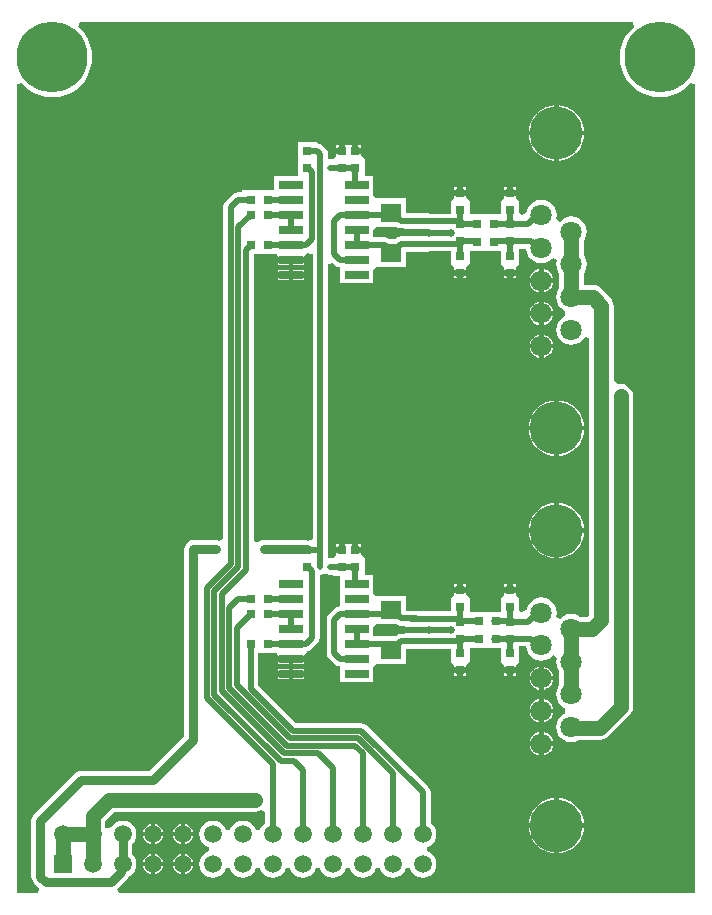
<source format=gtl>
G04*
G04 #@! TF.GenerationSoftware,Altium Limited,Altium Designer,21.0.8 (223)*
G04*
G04 Layer_Physical_Order=1*
G04 Layer_Color=255*
%FSLAX25Y25*%
%MOIN*%
G70*
G04*
G04 #@! TF.SameCoordinates,8FE4C6D1-BE16-481A-9B8C-92EB46E9F254*
G04*
G04*
G04 #@! TF.FilePolarity,Positive*
G04*
G01*
G75*
%ADD11C,0.02000*%
%ADD18R,0.03150X0.02953*%
%ADD19R,0.01772X0.01772*%
%ADD20R,0.02953X0.03150*%
%ADD21R,0.05118X0.02362*%
%ADD22R,0.08000X0.02600*%
%ADD23R,0.07000X0.06400*%
%ADD34C,0.23622*%
%ADD35C,0.03000*%
%ADD36C,0.05000*%
%ADD37C,0.05906*%
%ADD38R,0.05906X0.05906*%
%ADD39C,0.07087*%
%ADD40C,0.17717*%
%ADD41C,0.02559*%
G36*
X206444Y289697D02*
X205559Y288941D01*
X204198Y287348D01*
X203103Y285562D01*
X202301Y283626D01*
X201812Y281589D01*
X201648Y279500D01*
X201812Y277411D01*
X202301Y275374D01*
X203103Y273438D01*
X204198Y271652D01*
X205559Y270059D01*
X207152Y268698D01*
X208938Y267603D01*
X210874Y266801D01*
X212911Y266312D01*
X215000Y266148D01*
X217089Y266312D01*
X219126Y266801D01*
X221062Y267603D01*
X222848Y268698D01*
X224441Y270059D01*
X225197Y270943D01*
X226697Y270390D01*
Y803D01*
X34574D01*
X34065Y2303D01*
X34140Y2360D01*
X37584Y5804D01*
X37584Y5804D01*
X38065Y6431D01*
X38117Y6557D01*
X38246Y6611D01*
X39176Y7324D01*
X39889Y8254D01*
X40338Y9338D01*
X40491Y10500D01*
X40338Y11662D01*
X39889Y12746D01*
X39176Y13676D01*
X39026Y13791D01*
Y17209D01*
X39176Y17324D01*
X39889Y18254D01*
X40338Y19338D01*
X40491Y20500D01*
X40338Y21662D01*
X39889Y22746D01*
X39176Y23676D01*
X38246Y24389D01*
X37162Y24838D01*
X36000Y24991D01*
X34838Y24838D01*
X33754Y24389D01*
X32824Y23676D01*
X32111Y22746D01*
X31308Y22539D01*
X30410Y22559D01*
X30035Y22959D01*
Y24829D01*
X33171Y27966D01*
X80000D01*
X81044Y28103D01*
X82017Y28506D01*
X83451Y27715D01*
Y24157D01*
X82824Y23676D01*
X82111Y22746D01*
X81777Y21941D01*
X81112Y21812D01*
X80888D01*
X80223Y21941D01*
X79890Y22746D01*
X79176Y23676D01*
X78246Y24389D01*
X77162Y24838D01*
X76000Y24991D01*
X74838Y24838D01*
X73754Y24389D01*
X72824Y23676D01*
X72110Y22746D01*
X71777Y21941D01*
X71112Y21812D01*
X70888D01*
X70223Y21941D01*
X69889Y22746D01*
X69176Y23676D01*
X68246Y24389D01*
X67162Y24838D01*
X66000Y24991D01*
X64838Y24838D01*
X63754Y24389D01*
X62824Y23676D01*
X62111Y22746D01*
X61662Y21662D01*
X61509Y20500D01*
X61662Y19338D01*
X62111Y18254D01*
X62824Y17324D01*
X63754Y16611D01*
X64559Y16277D01*
X64688Y15612D01*
Y15388D01*
X64559Y14723D01*
X63754Y14390D01*
X62824Y13676D01*
X62111Y12746D01*
X61662Y11662D01*
X61509Y10500D01*
X61662Y9338D01*
X62111Y8254D01*
X62824Y7324D01*
X63754Y6611D01*
X64838Y6162D01*
X66000Y6009D01*
X67162Y6162D01*
X68246Y6611D01*
X69176Y7324D01*
X69889Y8254D01*
X70223Y9059D01*
X70888Y9188D01*
X71112D01*
X71777Y9059D01*
X72110Y8254D01*
X72824Y7324D01*
X73754Y6611D01*
X74838Y6162D01*
X76000Y6009D01*
X77162Y6162D01*
X78246Y6611D01*
X79176Y7324D01*
X79890Y8254D01*
X80223Y9059D01*
X80888Y9188D01*
X81112D01*
X81777Y9059D01*
X82111Y8254D01*
X82824Y7324D01*
X83754Y6611D01*
X84838Y6162D01*
X86000Y6009D01*
X87162Y6162D01*
X88246Y6611D01*
X89176Y7324D01*
X89890Y8254D01*
X90223Y9059D01*
X90888Y9188D01*
X91112D01*
X91777Y9059D01*
X92111Y8254D01*
X92824Y7324D01*
X93754Y6611D01*
X94838Y6162D01*
X96000Y6009D01*
X97162Y6162D01*
X98246Y6611D01*
X99176Y7324D01*
X99889Y8254D01*
X100223Y9059D01*
X100888Y9188D01*
X101112D01*
X101777Y9059D01*
X102111Y8254D01*
X102824Y7324D01*
X103754Y6611D01*
X104838Y6162D01*
X106000Y6009D01*
X107162Y6162D01*
X108246Y6611D01*
X109176Y7324D01*
X109889Y8254D01*
X110223Y9059D01*
X110888Y9188D01*
X111112D01*
X111777Y9059D01*
X112110Y8254D01*
X112824Y7324D01*
X113754Y6611D01*
X114838Y6162D01*
X116000Y6009D01*
X117162Y6162D01*
X118246Y6611D01*
X119176Y7324D01*
X119889Y8254D01*
X120223Y9059D01*
X120888Y9188D01*
X121112D01*
X121777Y9059D01*
X122110Y8254D01*
X122824Y7324D01*
X123754Y6611D01*
X124838Y6162D01*
X126000Y6009D01*
X127162Y6162D01*
X128246Y6611D01*
X129176Y7324D01*
X129890Y8254D01*
X130223Y9059D01*
X130888Y9188D01*
X131112D01*
X131777Y9059D01*
X132111Y8254D01*
X132824Y7324D01*
X133754Y6611D01*
X134838Y6162D01*
X136000Y6009D01*
X137162Y6162D01*
X138246Y6611D01*
X139176Y7324D01*
X139890Y8254D01*
X140338Y9338D01*
X140491Y10500D01*
X140338Y11662D01*
X139890Y12746D01*
X139176Y13676D01*
X138246Y14390D01*
X137441Y14723D01*
X137312Y15388D01*
Y15612D01*
X137441Y16277D01*
X138246Y16611D01*
X139176Y17324D01*
X139890Y18254D01*
X140338Y19338D01*
X140491Y20500D01*
X140338Y21662D01*
X139890Y22746D01*
X139176Y23676D01*
X138549Y24157D01*
Y34500D01*
X138355Y35476D01*
X137802Y36302D01*
X117302Y56802D01*
X116475Y57355D01*
X115500Y57549D01*
X93734D01*
X81195Y70088D01*
Y80925D01*
X86193D01*
X87367Y80737D01*
X87559Y79750D01*
X92000D01*
X96400D01*
Y80234D01*
X97500Y81200D01*
X97500Y81551D01*
X97975Y81645D01*
X98802Y82198D01*
X100802Y84198D01*
X101355Y85024D01*
X101549Y86000D01*
Y106704D01*
X101850Y106951D01*
X102671Y107114D01*
X104180D01*
X105000Y106951D01*
X105925D01*
Y106524D01*
X108500D01*
Y101200D01*
Y96549D01*
X107525Y96355D01*
X106698Y95802D01*
X104698Y93802D01*
X104145Y92975D01*
X103951Y92000D01*
Y81000D01*
X104145Y80024D01*
X104698Y79198D01*
X106698Y77198D01*
X107525Y76645D01*
X108500Y76451D01*
Y71200D01*
X119500D01*
Y76014D01*
X120500Y77100D01*
X130500D01*
Y82079D01*
X138030D01*
Y82211D01*
X145425D01*
X145425Y77878D01*
X146525Y76912D01*
X146525Y76378D01*
Y75896D01*
X150475D01*
Y76912D01*
X151575Y77878D01*
X151575Y77988D01*
Y80964D01*
X151669Y82425D01*
X161925D01*
X161925Y77878D01*
X163025Y76912D01*
X163025Y76378D01*
Y75896D01*
X166975D01*
Y76912D01*
X168075Y77878D01*
X168075Y77988D01*
Y83097D01*
X170454D01*
X170587Y82089D01*
X171095Y80862D01*
X171903Y79809D01*
X172957Y79000D01*
X174183Y78492D01*
X175500Y78319D01*
X176817Y78492D01*
X178043Y79000D01*
X179097Y79809D01*
X179291Y80062D01*
X180601Y79305D01*
X180587Y79269D01*
X180413Y77953D01*
X180587Y76636D01*
X181095Y75409D01*
X181465Y74926D01*
Y70074D01*
X181095Y69591D01*
X180587Y68364D01*
X180413Y67047D01*
X180587Y65731D01*
X181095Y64504D01*
X181903Y63450D01*
X182957Y62642D01*
X183526Y62406D01*
Y60783D01*
X182957Y60547D01*
X181903Y59739D01*
X181095Y58685D01*
X180587Y57458D01*
X180413Y56142D01*
X180587Y54825D01*
X181095Y53598D01*
X181903Y52545D01*
X182957Y51736D01*
X184183Y51228D01*
X185500Y51055D01*
X186817Y51228D01*
X188043Y51736D01*
X188342Y51965D01*
X195000D01*
X195000Y51965D01*
X196044Y52103D01*
X197017Y52506D01*
X197853Y53147D01*
X204853Y60147D01*
X204853Y60147D01*
X205494Y60983D01*
X205897Y61956D01*
X206034Y63000D01*
Y159500D01*
Y163000D01*
Y166500D01*
X205897Y167544D01*
X205494Y168517D01*
X204853Y169353D01*
X204017Y169994D01*
X203044Y170397D01*
X202000Y170535D01*
X201034Y170407D01*
X200938Y170410D01*
X199534Y171432D01*
Y196618D01*
X199534Y196618D01*
X199397Y197662D01*
X198994Y198636D01*
X198353Y199471D01*
X198353Y199471D01*
X195424Y202400D01*
X194588Y203041D01*
X193615Y203444D01*
X192571Y203582D01*
X192571Y203582D01*
X189534D01*
Y207426D01*
X189905Y207909D01*
X190413Y209136D01*
X190587Y210453D01*
X190413Y211769D01*
X189905Y212996D01*
X189534Y213479D01*
Y218332D01*
X189905Y218815D01*
X190413Y220042D01*
X190587Y221358D01*
X190413Y222675D01*
X189905Y223902D01*
X189097Y224955D01*
X188043Y225764D01*
X186817Y226272D01*
X185500Y226445D01*
X184183Y226272D01*
X182957Y225764D01*
X181903Y224955D01*
X181709Y224702D01*
X180399Y225459D01*
X180413Y225495D01*
X180587Y226811D01*
X180413Y228128D01*
X179905Y229354D01*
X179097Y230408D01*
X178043Y231216D01*
X176817Y231725D01*
X175500Y231898D01*
X174183Y231725D01*
X172957Y231216D01*
X171903Y230408D01*
X171095Y229354D01*
X170587Y228128D01*
X170519Y227614D01*
X168947Y226930D01*
X168075Y227432D01*
X168075Y231622D01*
X166975Y232588D01*
X166975Y233122D01*
Y233604D01*
X165000D01*
Y234354D01*
D01*
Y233604D01*
X163025D01*
Y232588D01*
X161925Y231622D01*
X161925Y231512D01*
Y227075D01*
X151575D01*
X151575Y231476D01*
X150475Y232442D01*
X150475Y232976D01*
Y233459D01*
X148500D01*
X146525D01*
Y232442D01*
X145425Y231476D01*
X145425Y231367D01*
Y227289D01*
X137925D01*
Y227421D01*
X133931D01*
X133685Y227470D01*
X130500D01*
Y232400D01*
X120500D01*
X119500Y233486D01*
Y239800D01*
X116575D01*
X116575Y245476D01*
X115475Y246442D01*
X115475Y246976D01*
Y247459D01*
X113500D01*
Y248209D01*
X112750D01*
Y250085D01*
X112475D01*
X111525Y250085D01*
X110025Y250085D01*
X109750D01*
Y248209D01*
X109000D01*
Y247459D01*
X107025D01*
Y246472D01*
X105925Y245476D01*
X104439Y245509D01*
X104399Y245542D01*
Y247068D01*
X104205Y248043D01*
X103653Y248870D01*
X102481Y250042D01*
X101654Y250594D01*
X100679Y250788D01*
X100575D01*
Y251331D01*
X94425D01*
Y245378D01*
Y239800D01*
X86500D01*
Y235075D01*
X75669D01*
Y234549D01*
X74500D01*
X73524Y234355D01*
X72698Y233802D01*
X70198Y231302D01*
X69645Y230475D01*
X69451Y229500D01*
Y119291D01*
X69244Y119034D01*
X67951Y118353D01*
X67783Y118423D01*
X67000Y118526D01*
X59500D01*
X58717Y118423D01*
X57987Y118121D01*
X57360Y117640D01*
X56880Y117013D01*
X56577Y116283D01*
X56474Y115500D01*
Y53253D01*
X44747Y41526D01*
X22000D01*
X21217Y41423D01*
X20487Y41120D01*
X19860Y40640D01*
X6360Y27140D01*
X5880Y26513D01*
X5577Y25783D01*
X5474Y25000D01*
Y6257D01*
X5577Y5474D01*
X5880Y4744D01*
X6360Y4118D01*
X8118Y2360D01*
X8193Y2303D01*
X7684Y803D01*
X803D01*
Y270390D01*
X2303Y270943D01*
X3059Y270059D01*
X4652Y268698D01*
X6438Y267603D01*
X8374Y266801D01*
X10411Y266312D01*
X12500Y266148D01*
X14589Y266312D01*
X16626Y266801D01*
X18562Y267603D01*
X20348Y268698D01*
X21941Y270059D01*
X23302Y271652D01*
X24397Y273438D01*
X25199Y275374D01*
X25688Y277411D01*
X25852Y279500D01*
X25688Y281589D01*
X25199Y283626D01*
X24397Y285562D01*
X23302Y287348D01*
X21941Y288941D01*
X21057Y289697D01*
X21610Y291197D01*
X205890D01*
X206444Y289697D01*
D02*
G37*
G36*
X127603Y222566D02*
X128579Y222372D01*
X129807D01*
Y222059D01*
X137925D01*
X138392Y221833D01*
Y221248D01*
X136986Y219941D01*
X129807D01*
Y219809D01*
X128760D01*
X127784Y219615D01*
X126957Y219062D01*
X126895Y219000D01*
X124807D01*
X124276Y219355D01*
X123300Y219549D01*
X119500D01*
Y221914D01*
X120500Y223000D01*
X126954D01*
X127603Y222566D01*
D02*
G37*
G36*
X98915Y213995D02*
X99301Y213727D01*
Y118756D01*
X97801Y118354D01*
X97425Y118404D01*
X97220D01*
X97174Y118423D01*
X96391Y118526D01*
X83000D01*
X82217Y118423D01*
X81487Y118121D01*
X81049Y117784D01*
X80301Y117962D01*
X79549Y118395D01*
Y213925D01*
X86193D01*
X87367Y213737D01*
X87559Y212750D01*
X92000D01*
X96400D01*
Y213234D01*
X97500Y214200D01*
X98915Y213995D01*
D02*
G37*
G36*
X170587Y214589D02*
X171095Y213362D01*
X171903Y212309D01*
X172957Y211500D01*
X174183Y210992D01*
X175500Y210819D01*
X176817Y210992D01*
X178043Y211500D01*
X179097Y212309D01*
X179291Y212562D01*
X180601Y211805D01*
X180587Y211769D01*
X180413Y210453D01*
X180587Y209136D01*
X181095Y207909D01*
X181465Y207426D01*
Y202574D01*
X181095Y202091D01*
X180587Y200864D01*
X180413Y199547D01*
X180587Y198231D01*
X181095Y197004D01*
X181903Y195950D01*
X182957Y195142D01*
X183526Y194906D01*
Y193283D01*
X182957Y193047D01*
X181903Y192239D01*
X181095Y191185D01*
X180587Y189958D01*
X180413Y188642D01*
X180587Y187325D01*
X181095Y186098D01*
X181903Y185045D01*
X182957Y184236D01*
X184183Y183728D01*
X185500Y183555D01*
X186817Y183728D01*
X188043Y184236D01*
X189097Y185045D01*
X189905Y186098D01*
X189965Y186244D01*
X191465Y185945D01*
Y93671D01*
X190687Y92893D01*
X188527D01*
X188043Y93264D01*
X186817Y93772D01*
X185500Y93945D01*
X184183Y93772D01*
X182957Y93264D01*
X181903Y92455D01*
X181709Y92202D01*
X180399Y92959D01*
X180413Y92994D01*
X180587Y94311D01*
X180413Y95628D01*
X179905Y96854D01*
X179097Y97908D01*
X178043Y98716D01*
X176817Y99225D01*
X175500Y99398D01*
X174183Y99225D01*
X172957Y98716D01*
X171903Y97908D01*
X171095Y96854D01*
X170587Y95628D01*
X170519Y95114D01*
X168947Y94430D01*
X168075Y94932D01*
X168075Y99122D01*
X166975Y100088D01*
X166975Y100622D01*
Y101104D01*
X165000D01*
X163025D01*
Y100088D01*
X161925Y99122D01*
X161925Y99012D01*
Y94575D01*
X151669D01*
X151575Y96036D01*
X151575Y99122D01*
X150475Y100088D01*
X150475Y100622D01*
Y101104D01*
X148500D01*
X146525D01*
Y100088D01*
X145425Y99122D01*
X145425Y99012D01*
Y94789D01*
X138030D01*
Y94921D01*
X133931D01*
X133685Y94970D01*
X130500D01*
Y99900D01*
X120500D01*
X119500Y100986D01*
Y106800D01*
X116575D01*
X116575Y112476D01*
X115475Y113442D01*
X115475Y113976D01*
Y114459D01*
X113500D01*
Y115209D01*
X112750D01*
Y117085D01*
X112475D01*
X111525Y117085D01*
X110025Y117085D01*
X109750D01*
Y115209D01*
X109000D01*
Y114459D01*
X107025D01*
Y113472D01*
X105925Y112476D01*
X104439Y112509D01*
X104399Y112542D01*
Y115239D01*
Y210374D01*
X105899Y210996D01*
X106698Y210198D01*
X107525Y209645D01*
X108500Y209451D01*
Y204200D01*
X119500D01*
Y208514D01*
X120500Y209600D01*
X130500D01*
Y214579D01*
X137925D01*
Y214711D01*
X145425D01*
X145425Y210378D01*
X146525Y209412D01*
X146525Y208878D01*
Y208396D01*
X150475D01*
Y209412D01*
X151575Y210378D01*
X151575Y210488D01*
Y214925D01*
X161925D01*
X161925Y210378D01*
X163025Y209412D01*
X163025Y208878D01*
Y208396D01*
X166975D01*
Y209412D01*
X168075Y210378D01*
X168075Y210488D01*
Y215597D01*
X170454D01*
X170587Y214589D01*
D02*
G37*
G36*
X127603Y90066D02*
X128579Y89872D01*
X129912D01*
Y89559D01*
X138030D01*
X138497Y89333D01*
Y88748D01*
X137091Y87441D01*
X129912D01*
Y87309D01*
X128760D01*
X127784Y87115D01*
X126957Y86562D01*
X126895Y86500D01*
X123546D01*
X123300Y86549D01*
X119500D01*
Y89414D01*
X120500Y90500D01*
X126954D01*
X127603Y90066D01*
D02*
G37*
%LPC*%
G36*
X181250Y263422D02*
Y254943D01*
X189729D01*
X189624Y256008D01*
X189095Y257753D01*
X188235Y259361D01*
X187078Y260771D01*
X185669Y261928D01*
X184060Y262788D01*
X182315Y263317D01*
X181250Y263422D01*
D02*
G37*
G36*
X179750D02*
X178685Y263317D01*
X176940Y262788D01*
X175331Y261928D01*
X173922Y260771D01*
X172765Y259361D01*
X171905Y257753D01*
X171376Y256008D01*
X171271Y254943D01*
X179750D01*
Y263422D01*
D02*
G37*
G36*
X114250Y250085D02*
Y248959D01*
X115475D01*
Y250085D01*
X114250D01*
D02*
G37*
G36*
X108250D02*
X107025D01*
Y248959D01*
X108250D01*
Y250085D01*
D02*
G37*
G36*
X189729Y253443D02*
X181250D01*
Y244964D01*
X182315Y245069D01*
X184060Y245598D01*
X185669Y246458D01*
X187078Y247615D01*
X188235Y249024D01*
X189095Y250633D01*
X189624Y252378D01*
X189729Y253443D01*
D02*
G37*
G36*
X179750D02*
X171271D01*
X171376Y252378D01*
X171905Y250633D01*
X172765Y249024D01*
X173922Y247615D01*
X175331Y246458D01*
X176940Y245598D01*
X178685Y245069D01*
X179750Y244964D01*
Y253443D01*
D02*
G37*
G36*
X166975Y236231D02*
X165750D01*
Y235104D01*
X166975D01*
Y236231D01*
D02*
G37*
G36*
X164250D02*
X163025D01*
Y235104D01*
X164250D01*
Y236231D01*
D02*
G37*
G36*
X150475Y236085D02*
X149250D01*
Y234959D01*
X150475D01*
Y236085D01*
D02*
G37*
G36*
X147750D02*
X146525D01*
Y234959D01*
X147750D01*
Y236085D01*
D02*
G37*
G36*
X96400Y78250D02*
X92750D01*
Y77300D01*
X96400D01*
Y78250D01*
D02*
G37*
G36*
X91250D02*
X87600D01*
Y77300D01*
X91250D01*
Y78250D01*
D02*
G37*
G36*
X96400Y75700D02*
X92750D01*
Y74750D01*
X96400D01*
Y75700D01*
D02*
G37*
G36*
X91250D02*
X87600D01*
Y74750D01*
X91250D01*
Y75700D01*
D02*
G37*
G36*
X166975Y74396D02*
X165750D01*
Y73269D01*
X166975D01*
Y74396D01*
D02*
G37*
G36*
X164250D02*
X163025D01*
Y73269D01*
X164250D01*
Y74396D01*
D02*
G37*
G36*
X150475D02*
X149250D01*
Y73269D01*
X150475D01*
Y74396D01*
D02*
G37*
G36*
X147750D02*
X146525D01*
Y73269D01*
X147750D01*
Y74396D01*
D02*
G37*
G36*
X176250Y76379D02*
Y73250D01*
X179379D01*
X179342Y73529D01*
X178945Y74489D01*
X178312Y75312D01*
X177489Y75945D01*
X176529Y76342D01*
X176250Y76379D01*
D02*
G37*
G36*
X174750D02*
X174471Y76342D01*
X173511Y75945D01*
X172688Y75312D01*
X172055Y74489D01*
X171658Y73529D01*
X171621Y73250D01*
X174750D01*
Y76379D01*
D02*
G37*
G36*
X96400Y73250D02*
X92750D01*
Y72300D01*
X96400D01*
Y73250D01*
D02*
G37*
G36*
X91250D02*
X87600D01*
Y72300D01*
X91250D01*
Y73250D01*
D02*
G37*
G36*
X179379Y71750D02*
X176250D01*
Y68621D01*
X176529Y68658D01*
X177489Y69055D01*
X178312Y69688D01*
X178945Y70511D01*
X179342Y71471D01*
X179379Y71750D01*
D02*
G37*
G36*
X174750D02*
X171621D01*
X171658Y71471D01*
X172055Y70511D01*
X172688Y69688D01*
X173511Y69055D01*
X174471Y68658D01*
X174750Y68621D01*
Y71750D01*
D02*
G37*
G36*
X176250Y65473D02*
Y62344D01*
X179379D01*
X179342Y62624D01*
X178945Y63583D01*
X178312Y64407D01*
X177489Y65039D01*
X176529Y65436D01*
X176250Y65473D01*
D02*
G37*
G36*
X174750Y65473D02*
X174471Y65436D01*
X173511Y65039D01*
X172688Y64407D01*
X172055Y63583D01*
X171658Y62624D01*
X171621Y62344D01*
X174750D01*
Y65473D01*
D02*
G37*
G36*
X179379Y60844D02*
X176250D01*
Y57716D01*
X176529Y57753D01*
X177489Y58150D01*
X178312Y58782D01*
X178945Y59606D01*
X179342Y60565D01*
X179379Y60844D01*
D02*
G37*
G36*
X174750D02*
X171621D01*
X171658Y60565D01*
X172055Y59606D01*
X172688Y58782D01*
X173511Y58150D01*
X174471Y57753D01*
X174750Y57716D01*
Y60844D01*
D02*
G37*
G36*
X176250Y54568D02*
Y51439D01*
X179379D01*
X179342Y51718D01*
X178945Y52678D01*
X178312Y53501D01*
X177489Y54133D01*
X176529Y54531D01*
X176250Y54568D01*
D02*
G37*
G36*
X174750D02*
X174471Y54531D01*
X173511Y54133D01*
X172688Y53501D01*
X172055Y52678D01*
X171658Y51718D01*
X171621Y51439D01*
X174750D01*
Y54568D01*
D02*
G37*
G36*
X179379Y49939D02*
X176250D01*
Y46810D01*
X176529Y46847D01*
X177489Y47245D01*
X178312Y47877D01*
X178945Y48700D01*
X179342Y49660D01*
X179379Y49939D01*
D02*
G37*
G36*
X174750D02*
X171621D01*
X171658Y49660D01*
X172055Y48700D01*
X172688Y47877D01*
X173511Y47245D01*
X174471Y46847D01*
X174750Y46810D01*
Y49939D01*
D02*
G37*
G36*
X181250Y32536D02*
Y24057D01*
X189729D01*
X189624Y25122D01*
X189095Y26867D01*
X188235Y28476D01*
X187078Y29885D01*
X185669Y31042D01*
X184060Y31902D01*
X182315Y32431D01*
X181250Y32536D01*
D02*
G37*
G36*
X179750D02*
X178685Y32431D01*
X176940Y31902D01*
X175331Y31042D01*
X173922Y29885D01*
X172765Y28476D01*
X171905Y26867D01*
X171376Y25122D01*
X171271Y24057D01*
X179750D01*
Y32536D01*
D02*
G37*
G36*
X56750Y23783D02*
Y21250D01*
X59283D01*
X59266Y21375D01*
X58929Y22191D01*
X58391Y22891D01*
X57691Y23429D01*
X56875Y23766D01*
X56750Y23783D01*
D02*
G37*
G36*
X55250D02*
X55125Y23766D01*
X54309Y23429D01*
X53609Y22891D01*
X53071Y22191D01*
X52734Y21375D01*
X52717Y21250D01*
X55250D01*
Y23783D01*
D02*
G37*
G36*
X46750D02*
Y21250D01*
X49283D01*
X49266Y21375D01*
X48929Y22191D01*
X48391Y22891D01*
X47691Y23429D01*
X46875Y23766D01*
X46750Y23783D01*
D02*
G37*
G36*
X45250D02*
X45125Y23766D01*
X44309Y23429D01*
X43609Y22891D01*
X43071Y22191D01*
X42734Y21375D01*
X42717Y21250D01*
X45250D01*
Y23783D01*
D02*
G37*
G36*
X59283Y19750D02*
X56750D01*
Y17217D01*
X56875Y17233D01*
X57691Y17571D01*
X58391Y18109D01*
X58929Y18809D01*
X59266Y19625D01*
X59283Y19750D01*
D02*
G37*
G36*
X55250D02*
X52717D01*
X52734Y19625D01*
X53071Y18809D01*
X53609Y18109D01*
X54309Y17571D01*
X55125Y17233D01*
X55250Y17217D01*
Y19750D01*
D02*
G37*
G36*
X49283D02*
X46750D01*
Y17217D01*
X46875Y17233D01*
X47691Y17571D01*
X48391Y18109D01*
X48929Y18809D01*
X49266Y19625D01*
X49283Y19750D01*
D02*
G37*
G36*
X45250D02*
X42717D01*
X42734Y19625D01*
X43071Y18809D01*
X43609Y18109D01*
X44309Y17571D01*
X45125Y17233D01*
X45250Y17217D01*
Y19750D01*
D02*
G37*
G36*
X179750Y22557D02*
X171271D01*
X171376Y21492D01*
X171905Y19747D01*
X172765Y18139D01*
X173922Y16729D01*
X175331Y15572D01*
X176940Y14712D01*
X178685Y14183D01*
X179750Y14078D01*
Y22557D01*
D02*
G37*
G36*
X189729D02*
X181250D01*
Y14078D01*
X182315Y14183D01*
X184060Y14712D01*
X185669Y15572D01*
X187078Y16729D01*
X188235Y18139D01*
X189095Y19747D01*
X189624Y21492D01*
X189729Y22557D01*
D02*
G37*
G36*
X56750Y13783D02*
Y11250D01*
X59283D01*
X59266Y11375D01*
X58929Y12191D01*
X58391Y12891D01*
X57691Y13429D01*
X56875Y13767D01*
X56750Y13783D01*
D02*
G37*
G36*
X55250D02*
X55125Y13767D01*
X54309Y13429D01*
X53609Y12891D01*
X53071Y12191D01*
X52734Y11375D01*
X52717Y11250D01*
X55250D01*
Y13783D01*
D02*
G37*
G36*
X46750D02*
Y11250D01*
X49283D01*
X49266Y11375D01*
X48929Y12191D01*
X48391Y12891D01*
X47691Y13429D01*
X46875Y13767D01*
X46750Y13783D01*
D02*
G37*
G36*
X45250D02*
X45125Y13767D01*
X44309Y13429D01*
X43609Y12891D01*
X43071Y12191D01*
X42734Y11375D01*
X42717Y11250D01*
X45250D01*
Y13783D01*
D02*
G37*
G36*
X59283Y9750D02*
X56750D01*
Y7217D01*
X56875Y7233D01*
X57691Y7571D01*
X58391Y8109D01*
X58929Y8809D01*
X59266Y9625D01*
X59283Y9750D01*
D02*
G37*
G36*
X55250D02*
X52717D01*
X52734Y9625D01*
X53071Y8809D01*
X53609Y8109D01*
X54309Y7571D01*
X55125Y7233D01*
X55250Y7217D01*
Y9750D01*
D02*
G37*
G36*
X49283D02*
X46750D01*
Y7217D01*
X46875Y7233D01*
X47691Y7571D01*
X48391Y8109D01*
X48929Y8809D01*
X49266Y9625D01*
X49283Y9750D01*
D02*
G37*
G36*
X45250D02*
X42717D01*
X42734Y9625D01*
X43071Y8809D01*
X43609Y8109D01*
X44309Y7571D01*
X45125Y7233D01*
X45250Y7217D01*
Y9750D01*
D02*
G37*
G36*
X96400Y211250D02*
X92750D01*
Y210300D01*
X96400D01*
Y211250D01*
D02*
G37*
G36*
X91250D02*
X87600D01*
Y210300D01*
X91250D01*
Y211250D01*
D02*
G37*
G36*
X96400Y208700D02*
X92750D01*
Y207750D01*
X96400D01*
Y208700D01*
D02*
G37*
G36*
X91250D02*
X87600D01*
Y207750D01*
X91250D01*
Y208700D01*
D02*
G37*
G36*
X96400Y206250D02*
X92750D01*
Y205300D01*
X96400D01*
Y206250D01*
D02*
G37*
G36*
X91250D02*
X87600D01*
Y205300D01*
X91250D01*
Y206250D01*
D02*
G37*
G36*
X166975Y206896D02*
X165750D01*
Y205769D01*
X166975D01*
Y206896D01*
D02*
G37*
G36*
X164250D02*
X163025D01*
Y205769D01*
X164250D01*
Y206896D01*
D02*
G37*
G36*
X150475D02*
X149250D01*
Y205769D01*
X150475D01*
Y206896D01*
D02*
G37*
G36*
X147750D02*
X146525D01*
Y205769D01*
X147750D01*
Y206896D01*
D02*
G37*
G36*
X176250Y208879D02*
Y205750D01*
X179379D01*
X179342Y206029D01*
X178945Y206989D01*
X178312Y207812D01*
X177489Y208444D01*
X176529Y208842D01*
X176250Y208879D01*
D02*
G37*
G36*
X174750D02*
X174471Y208842D01*
X173511Y208444D01*
X172688Y207812D01*
X172055Y206989D01*
X171658Y206029D01*
X171621Y205750D01*
X174750D01*
Y208879D01*
D02*
G37*
G36*
X179379Y204250D02*
X176250D01*
Y201121D01*
X176529Y201158D01*
X177489Y201555D01*
X178312Y202188D01*
X178945Y203011D01*
X179342Y203971D01*
X179379Y204250D01*
D02*
G37*
G36*
X174750D02*
X171621D01*
X171658Y203971D01*
X172055Y203011D01*
X172688Y202188D01*
X173511Y201555D01*
X174471Y201158D01*
X174750Y201121D01*
Y204250D01*
D02*
G37*
G36*
X176250Y197973D02*
Y194844D01*
X179379D01*
X179342Y195124D01*
X178945Y196083D01*
X178312Y196907D01*
X177489Y197539D01*
X176529Y197936D01*
X176250Y197973D01*
D02*
G37*
G36*
X174750Y197973D02*
X174471Y197936D01*
X173511Y197539D01*
X172688Y196907D01*
X172055Y196083D01*
X171658Y195124D01*
X171621Y194844D01*
X174750D01*
Y197973D01*
D02*
G37*
G36*
X179379Y193344D02*
X176250D01*
Y190216D01*
X176529Y190253D01*
X177489Y190650D01*
X178312Y191282D01*
X178945Y192106D01*
X179342Y193065D01*
X179379Y193344D01*
D02*
G37*
G36*
X174750D02*
X171621D01*
X171658Y193065D01*
X172055Y192106D01*
X172688Y191282D01*
X173511Y190650D01*
X174471Y190253D01*
X174750Y190216D01*
Y193344D01*
D02*
G37*
G36*
X176250Y187068D02*
Y183939D01*
X179379D01*
X179342Y184218D01*
X178945Y185178D01*
X178312Y186001D01*
X177489Y186633D01*
X176529Y187031D01*
X176250Y187068D01*
D02*
G37*
G36*
X174750Y187068D02*
X174471Y187031D01*
X173511Y186633D01*
X172688Y186001D01*
X172055Y185178D01*
X171658Y184218D01*
X171621Y183939D01*
X174750D01*
Y187068D01*
D02*
G37*
G36*
X179379Y182439D02*
X176250D01*
Y179310D01*
X176529Y179347D01*
X177489Y179745D01*
X178312Y180377D01*
X178945Y181200D01*
X179342Y182160D01*
X179379Y182439D01*
D02*
G37*
G36*
X174750D02*
X171621D01*
X171658Y182160D01*
X172055Y181200D01*
X172688Y180377D01*
X173511Y179745D01*
X174471Y179347D01*
X174750Y179310D01*
Y182439D01*
D02*
G37*
G36*
X181250Y165036D02*
Y156557D01*
X189729D01*
X189624Y157622D01*
X189095Y159367D01*
X188235Y160976D01*
X187078Y162385D01*
X185669Y163542D01*
X184060Y164402D01*
X182315Y164931D01*
X181250Y165036D01*
D02*
G37*
G36*
X179750D02*
X178685Y164931D01*
X176940Y164402D01*
X175331Y163542D01*
X173922Y162385D01*
X172765Y160976D01*
X171905Y159367D01*
X171376Y157622D01*
X171271Y156557D01*
X179750D01*
Y165036D01*
D02*
G37*
G36*
Y155057D02*
X171271D01*
X171376Y153992D01*
X171905Y152247D01*
X172765Y150639D01*
X173922Y149229D01*
X175331Y148072D01*
X176940Y147212D01*
X178685Y146683D01*
X179750Y146578D01*
Y155057D01*
D02*
G37*
G36*
X189729D02*
X181250D01*
Y146578D01*
X182315Y146683D01*
X184060Y147212D01*
X185669Y148072D01*
X187078Y149229D01*
X188235Y150639D01*
X189095Y152247D01*
X189624Y153992D01*
X189729Y155057D01*
D02*
G37*
G36*
X181250Y130922D02*
Y122443D01*
X189729D01*
X189624Y123508D01*
X189095Y125253D01*
X188235Y126861D01*
X187078Y128271D01*
X185669Y129428D01*
X184060Y130288D01*
X182315Y130817D01*
X181250Y130922D01*
D02*
G37*
G36*
X179750D02*
X178685Y130817D01*
X176940Y130288D01*
X175331Y129428D01*
X173922Y128271D01*
X172765Y126861D01*
X171905Y125253D01*
X171376Y123508D01*
X171271Y122443D01*
X179750D01*
Y130922D01*
D02*
G37*
G36*
X114250Y117085D02*
Y115959D01*
X115475D01*
Y117085D01*
X114250D01*
D02*
G37*
G36*
X108250D02*
X107025D01*
Y115959D01*
X108250D01*
Y117085D01*
D02*
G37*
G36*
X189729Y120943D02*
X181250D01*
Y112464D01*
X182315Y112569D01*
X184060Y113098D01*
X185669Y113958D01*
X187078Y115115D01*
X188235Y116524D01*
X189095Y118133D01*
X189624Y119878D01*
X189729Y120943D01*
D02*
G37*
G36*
X179750D02*
X171271D01*
X171376Y119878D01*
X171905Y118133D01*
X172765Y116524D01*
X173922Y115115D01*
X175331Y113958D01*
X176940Y113098D01*
X178685Y112569D01*
X179750Y112464D01*
Y120943D01*
D02*
G37*
G36*
X166975Y103731D02*
X165750D01*
Y102604D01*
X166975D01*
Y103731D01*
D02*
G37*
G36*
X150475D02*
X149250D01*
Y102604D01*
X150475D01*
Y103731D01*
D02*
G37*
G36*
X164250D02*
X163025D01*
Y102604D01*
X164250D01*
Y103731D01*
D02*
G37*
G36*
X147750D02*
X146525D01*
Y102604D01*
X147750D01*
Y103731D01*
D02*
G37*
%LPD*%
D11*
X69000Y100429D02*
X77000Y108429D01*
X78646Y216902D02*
Y217000D01*
X77000Y215256D02*
X78646Y216902D01*
X77000Y108429D02*
Y215256D01*
X64000Y102500D02*
X72000Y110500D01*
Y229500D02*
X74500Y232000D01*
X72000Y110500D02*
Y229500D01*
X74500Y109465D02*
Y222756D01*
X69000Y68071D02*
Y100429D01*
X64000Y66000D02*
Y102500D01*
X66500Y101464D02*
X74500Y109465D01*
X66500Y67036D02*
Y101464D01*
X74000Y70142D02*
X91642Y52500D01*
X114464D02*
X126000Y40964D01*
X78646Y69032D02*
X92678Y55000D01*
X115500D01*
X101000Y47500D02*
X106000Y42500D01*
X113429Y50000D02*
X116000Y47429D01*
X90607Y50000D02*
X113429D01*
X89571Y47500D02*
X101000D01*
X115500Y55000D02*
X136000Y34500D01*
X91642Y52500D02*
X114464D01*
X88535Y45000D02*
X93000D01*
X69000Y68071D02*
X89571Y47500D01*
X66500Y67036D02*
X88535Y45000D01*
X93000D02*
X96000Y42000D01*
X71500Y69107D02*
X90607Y50000D01*
X116000Y20500D02*
Y47429D01*
X96000Y20500D02*
Y42000D01*
X71500Y69107D02*
Y96000D01*
X78646Y69032D02*
Y84000D01*
X64000Y66000D02*
X86000Y44000D01*
Y20500D02*
Y44000D01*
X74000Y70142D02*
Y89256D01*
X71500Y96000D02*
X74500Y99000D01*
Y232000D02*
X78646D01*
Y226902D02*
Y227000D01*
X74500Y222756D02*
X78646Y226902D01*
X106000Y20500D02*
Y42500D01*
X126000Y20500D02*
Y40964D01*
X136000Y20500D02*
Y34500D01*
X74500Y99000D02*
X78646D01*
Y93902D02*
Y94000D01*
X74000Y89256D02*
X78646Y93902D01*
X83500Y74000D02*
X86500D01*
X101850Y109500D02*
Y115239D01*
X97615D02*
X101850D01*
Y242500D01*
X125500Y214800D02*
X125800D01*
X125500Y228200D02*
X125800D01*
X109000Y248209D02*
Y251000D01*
X106209Y248209D02*
X109000D01*
X113500D02*
Y251000D01*
Y248209D02*
X116291D01*
X86500Y212000D02*
X92000D01*
X83500D02*
X86500D01*
X92000D02*
X97500D01*
X86500Y207000D02*
X92000D01*
X83500D02*
X86500D01*
X92000D02*
X97500D01*
X124300Y227000D02*
X125500Y228200D01*
X114000Y227000D02*
X124300D01*
X123300Y217000D02*
X125500Y214800D01*
X114000Y217000D02*
X123300D01*
X114000D02*
Y222000D01*
X108500Y212000D02*
X114000D01*
X106500Y214000D02*
X108500Y212000D01*
X106500Y225000D02*
X108500Y227000D01*
X106500Y214000D02*
Y225000D01*
X108500Y227000D02*
X114000D01*
X105000Y242500D02*
X109000D01*
X113500D01*
X113800Y237000D02*
X114000D01*
X113500Y237300D02*
X113800Y237000D01*
X113500Y237300D02*
Y242500D01*
X84354Y217000D02*
X92000D01*
X84354Y227000D02*
X92000D01*
Y222000D02*
Y227000D01*
X84354Y232000D02*
X92000D01*
X97000Y217000D02*
X99000Y219000D01*
X92000Y217000D02*
X97000D01*
X99000Y219000D02*
Y241146D01*
X98075Y242071D02*
X99000Y241146D01*
X98075Y242071D02*
Y242169D01*
X97598Y242646D02*
X98075Y242169D01*
X97500Y242646D02*
X97598D01*
X97500Y248354D02*
X97615Y248239D01*
X101850Y242500D02*
Y247068D01*
X100679Y248239D02*
X101850Y247068D01*
X97615Y248239D02*
X100679D01*
X97500Y115354D02*
X97615Y115239D01*
X97500Y109646D02*
X97598D01*
X98075Y109169D01*
Y109071D02*
Y109169D01*
Y109071D02*
X99000Y108146D01*
Y86000D02*
Y108146D01*
X92000Y84000D02*
X97000D01*
X99000Y86000D01*
X84354Y99000D02*
X92000D01*
Y89000D02*
Y94000D01*
X84354D02*
X92000D01*
X84354Y84000D02*
X92000D01*
X113500Y104300D02*
Y109500D01*
Y104300D02*
X113800Y104000D01*
X114000D01*
X109000Y109500D02*
X113500D01*
X105000D02*
X109000D01*
X108500Y94000D02*
X114000D01*
X106500Y81000D02*
Y92000D01*
X108500Y94000D01*
X106500Y81000D02*
X108500Y79000D01*
X114000D01*
Y84000D02*
Y89000D01*
Y84000D02*
X123300D01*
X125500Y81800D01*
X114000Y94000D02*
X124300D01*
X125500Y95200D01*
X92000Y74000D02*
X97500D01*
X86500D02*
X92000D01*
Y79000D02*
X97500D01*
X83500D02*
X86500D01*
X92000D01*
Y207000D02*
X97500D01*
X83500D02*
X86500D01*
X92000D01*
X86500Y212000D02*
X92000D01*
X83500D02*
X86500D01*
X92000D02*
X97500D01*
X109000Y248209D02*
Y251000D01*
X106209Y248209D02*
X109000D01*
X113500D02*
Y251000D01*
Y248209D02*
X116291D01*
X113500Y115209D02*
X116291D01*
X113500D02*
Y118000D01*
X106209Y115209D02*
X109000D01*
Y118000D01*
X164927Y91427D02*
X165000Y91354D01*
X159927Y91427D02*
X164927D01*
X159854Y91500D02*
X159927Y91427D01*
X165000Y91354D02*
Y96146D01*
Y80854D02*
Y85646D01*
X164927Y85573D02*
X165000Y85646D01*
X159927Y85573D02*
X164927D01*
X159854Y85500D02*
X159927Y85573D01*
X174124Y83406D02*
X175500D01*
X171883Y85646D02*
X174124Y83406D01*
X165000Y85646D02*
X171883D01*
X174124Y94311D02*
X175500D01*
X171167Y91354D02*
X174124Y94311D01*
X165000Y91354D02*
X171167D01*
X148573Y91427D02*
X154073D01*
X154146Y91500D01*
X148500Y80854D02*
Y85646D01*
X148573Y85573D01*
X154073D01*
X154146Y85500D01*
X125500Y95200D02*
X125800D01*
X147516Y92240D02*
X148402Y91354D01*
X133866Y92240D02*
X147516D01*
X148402Y91354D02*
X148500D01*
Y96000D01*
X128579Y92421D02*
X133685D01*
X133866Y92240D01*
X125800Y95200D02*
X128579Y92421D01*
X148402Y85646D02*
X148500D01*
X147516Y84760D02*
X148402Y85646D01*
X128760Y84760D02*
X147516D01*
X125500Y81800D02*
X125800D01*
X128760Y84760D01*
X148500Y101709D02*
Y104500D01*
X145709Y101709D02*
X148500D01*
X151291D01*
X165000Y101854D02*
Y104646D01*
X162209Y101854D02*
X165000D01*
X167791D01*
X148500Y75146D02*
X151291D01*
X145709D02*
X148500D01*
Y72354D02*
Y75146D01*
X165000Y72354D02*
Y75146D01*
X165013Y75106D02*
X167804D01*
X162310Y75076D02*
X165101D01*
X138000Y88500D02*
X145500D01*
X138000Y221000D02*
X142134D01*
X145500D01*
X162310Y207576D02*
X165101D01*
X165013Y207606D02*
X167804D01*
X165000Y204854D02*
Y207646D01*
X148500Y204854D02*
Y207646D01*
X145709D02*
X148500D01*
X151291D01*
X165000Y234354D02*
X167791D01*
X162209D02*
X165000D01*
Y237146D01*
X148500Y234209D02*
X151291D01*
X145709D02*
X148500D01*
Y237000D01*
X128760Y217260D02*
X133866D01*
X125800Y214300D02*
X128760Y217260D01*
X125500Y214300D02*
X125800D01*
X133866Y217260D02*
X147516D01*
X148402Y218146D01*
X148500D01*
X125800Y227700D02*
X128579Y224921D01*
X133685D02*
X133866Y224740D01*
X128579Y224921D02*
X133685D01*
X148500Y223854D02*
Y228500D01*
X148402Y223854D02*
X148500D01*
X133866Y224740D02*
X147516D01*
X148402Y223854D01*
X125500Y227700D02*
X125800D01*
X154073Y218073D02*
X154146Y218000D01*
X148573Y218073D02*
X154073D01*
X148500Y218146D02*
X148573Y218073D01*
X148500Y213354D02*
Y218146D01*
X154073Y223927D02*
X154146Y224000D01*
X148573Y223927D02*
X154073D01*
X165000Y223854D02*
X171167D01*
X174124Y226811D01*
X175500D01*
X165000Y218146D02*
X171883D01*
X174124Y215905D01*
X175500D01*
X159854Y218000D02*
X159927Y218073D01*
X164927D01*
X165000Y218146D01*
Y213354D02*
Y218146D01*
Y223854D02*
Y228646D01*
X159854Y224000D02*
X159927Y223927D01*
X164927D01*
X165000Y223854D01*
D18*
X113500Y242500D02*
D03*
Y248209D02*
D03*
X109000Y242500D02*
D03*
Y248209D02*
D03*
X97500Y242646D02*
D03*
Y248354D02*
D03*
X165000Y223854D02*
D03*
Y218146D02*
D03*
Y228646D02*
D03*
Y234354D02*
D03*
X148500Y228500D02*
D03*
Y234209D02*
D03*
Y223854D02*
D03*
Y218146D02*
D03*
Y213354D02*
D03*
Y207646D02*
D03*
X165000Y213354D02*
D03*
Y207646D02*
D03*
X97500Y109646D02*
D03*
Y115354D02*
D03*
X113500Y109500D02*
D03*
Y115209D02*
D03*
X109000Y109500D02*
D03*
Y115209D02*
D03*
X165000Y96146D02*
D03*
Y101854D02*
D03*
Y91354D02*
D03*
Y85646D02*
D03*
Y80854D02*
D03*
Y75146D02*
D03*
X148500Y96146D02*
D03*
Y101854D02*
D03*
Y91354D02*
D03*
Y85646D02*
D03*
Y80854D02*
D03*
Y75146D02*
D03*
D19*
X105000Y242500D02*
D03*
X101850D02*
D03*
X105000Y109500D02*
D03*
X101850D02*
D03*
D20*
X84354Y232000D02*
D03*
X78646D02*
D03*
Y227000D02*
D03*
X84354D02*
D03*
X78646Y217000D02*
D03*
X84354D02*
D03*
X159854Y224000D02*
D03*
X154146D02*
D03*
X159854Y218000D02*
D03*
X154146D02*
D03*
X84354Y99000D02*
D03*
X78646D02*
D03*
Y94000D02*
D03*
X84354D02*
D03*
X78646Y84000D02*
D03*
X84354D02*
D03*
X160354Y91500D02*
D03*
X154646D02*
D03*
X160354Y85500D02*
D03*
X154646D02*
D03*
D21*
X142134Y221000D02*
D03*
X133866Y217260D02*
D03*
Y224740D02*
D03*
X133971Y92240D02*
D03*
Y84760D02*
D03*
X142239Y88500D02*
D03*
D22*
X114000Y89000D02*
D03*
X92000Y74000D02*
D03*
X114000D02*
D03*
Y79000D02*
D03*
Y84000D02*
D03*
X92000Y79000D02*
D03*
Y84000D02*
D03*
Y89000D02*
D03*
X114000Y94000D02*
D03*
Y99000D02*
D03*
Y104000D02*
D03*
X92000Y94000D02*
D03*
Y99000D02*
D03*
Y104000D02*
D03*
Y237000D02*
D03*
Y232000D02*
D03*
Y227000D02*
D03*
X114000Y237000D02*
D03*
Y232000D02*
D03*
Y227000D02*
D03*
X92000Y222000D02*
D03*
Y217000D02*
D03*
Y212000D02*
D03*
X114000Y217000D02*
D03*
Y212000D02*
D03*
Y207000D02*
D03*
X92000D02*
D03*
X114000Y222000D02*
D03*
D23*
X125500Y81800D02*
D03*
Y95200D02*
D03*
Y214300D02*
D03*
Y227700D02*
D03*
D34*
X215000Y279500D02*
D03*
X12500D02*
D03*
D35*
X8500Y25000D02*
X22000Y38500D01*
X46000D01*
X90000Y115500D02*
X96391D01*
X86500D02*
X90000D01*
X46000Y38500D02*
X59500Y52000D01*
X8500Y6257D02*
Y25000D01*
X59500Y52000D02*
Y115500D01*
X63000D01*
X10257Y4500D02*
X32000D01*
X8500Y6257D02*
X10257Y4500D01*
X35444Y9944D02*
X36000Y10500D01*
X35444Y7944D02*
Y9944D01*
X32000Y4500D02*
X35444Y7944D01*
X96513Y115378D02*
X97425D01*
X96391Y115500D02*
X96513Y115378D01*
X83000Y115500D02*
X86500D01*
X63000D02*
X67000D01*
X36000Y10500D02*
Y20500D01*
D36*
X26000D02*
Y26500D01*
X31500Y32000D01*
X76500D01*
X16000Y20500D02*
X26000D01*
X16000Y10500D02*
Y20500D01*
X26000Y10500D02*
Y20500D01*
X76500Y32000D02*
X80000D01*
X202000Y163000D02*
Y166500D01*
Y159500D02*
Y163000D01*
Y63000D02*
Y159500D01*
X185500Y56142D02*
X185642Y56000D01*
X195000D01*
X202000Y63000D01*
X192358Y88858D02*
X195500Y92000D01*
Y196618D01*
X185500Y88858D02*
X192358D01*
X192571Y199547D02*
X195500Y196618D01*
X185500Y199547D02*
X192571D01*
X185500Y210453D02*
Y221358D01*
Y199547D02*
Y210453D01*
Y77953D02*
Y88858D01*
Y67047D02*
Y77953D01*
D37*
X136000Y20500D02*
D03*
Y10500D02*
D03*
X126000Y20500D02*
D03*
Y10500D02*
D03*
X116000Y20500D02*
D03*
Y10500D02*
D03*
X86000Y20500D02*
D03*
X96000D02*
D03*
X106000D02*
D03*
Y10500D02*
D03*
X96000D02*
D03*
X86000D02*
D03*
X76000Y20500D02*
D03*
Y10500D02*
D03*
X56000D02*
D03*
Y20500D02*
D03*
X36000D02*
D03*
Y10500D02*
D03*
X26000Y20500D02*
D03*
Y10500D02*
D03*
X16000Y20500D02*
D03*
X46000Y10500D02*
D03*
Y20500D02*
D03*
X66000Y10500D02*
D03*
Y20500D02*
D03*
D38*
X16000Y10500D02*
D03*
D39*
X175500Y72500D02*
D03*
Y61594D02*
D03*
Y50689D02*
D03*
Y83406D02*
D03*
Y94311D02*
D03*
X185500Y77953D02*
D03*
Y88858D02*
D03*
Y67047D02*
D03*
Y56142D02*
D03*
X175500Y205000D02*
D03*
Y194095D02*
D03*
Y183189D02*
D03*
Y215905D02*
D03*
Y226811D02*
D03*
X185500Y210453D02*
D03*
Y221358D02*
D03*
Y199547D02*
D03*
Y188642D02*
D03*
D40*
X180500Y23307D02*
D03*
Y121693D02*
D03*
Y155807D02*
D03*
Y254193D02*
D03*
D41*
X224000Y266500D02*
D03*
X220000Y258500D02*
D03*
X224000Y250500D02*
D03*
X220000Y242500D02*
D03*
X224000Y234500D02*
D03*
X220000Y226500D02*
D03*
X224000Y218500D02*
D03*
X220000Y210500D02*
D03*
X224000Y202500D02*
D03*
X220000Y194500D02*
D03*
X224000Y186500D02*
D03*
X220000Y178500D02*
D03*
X224000Y170500D02*
D03*
X220000Y162500D02*
D03*
X224000Y154500D02*
D03*
X220000Y146500D02*
D03*
X224000Y138500D02*
D03*
X220000Y130500D02*
D03*
X224000Y122500D02*
D03*
X220000Y114500D02*
D03*
X224000Y106500D02*
D03*
X220000Y98500D02*
D03*
X224000Y90500D02*
D03*
X220000Y82500D02*
D03*
X224000Y74500D02*
D03*
X220000Y66500D02*
D03*
X224000Y58500D02*
D03*
X220000Y50500D02*
D03*
X224000Y42500D02*
D03*
X220000Y34500D02*
D03*
X224000Y26500D02*
D03*
X220000Y18500D02*
D03*
X224000Y10500D02*
D03*
X220000Y2500D02*
D03*
X212000Y258500D02*
D03*
X216000Y250500D02*
D03*
X212000Y242500D02*
D03*
X216000Y234500D02*
D03*
X212000Y226500D02*
D03*
X216000Y218500D02*
D03*
X212000Y210500D02*
D03*
X216000Y202500D02*
D03*
X212000Y194500D02*
D03*
X216000Y186500D02*
D03*
X212000Y178500D02*
D03*
X216000Y170500D02*
D03*
X212000Y162500D02*
D03*
X216000Y154500D02*
D03*
X212000Y146500D02*
D03*
X216000Y138500D02*
D03*
X212000Y130500D02*
D03*
X216000Y122500D02*
D03*
X212000Y114500D02*
D03*
X216000Y106500D02*
D03*
X212000Y98500D02*
D03*
X216000Y90500D02*
D03*
X212000Y82500D02*
D03*
X216000Y74500D02*
D03*
X212000Y66500D02*
D03*
X216000Y58500D02*
D03*
X212000Y50500D02*
D03*
X216000Y42500D02*
D03*
X212000Y34500D02*
D03*
X216000Y26500D02*
D03*
X212000Y18500D02*
D03*
X216000Y10500D02*
D03*
X212000Y2500D02*
D03*
X208000Y266500D02*
D03*
X204000Y258500D02*
D03*
X208000Y250500D02*
D03*
X204000Y242500D02*
D03*
X208000Y234500D02*
D03*
X204000Y226500D02*
D03*
X208000Y218500D02*
D03*
X204000Y210500D02*
D03*
X208000Y202500D02*
D03*
X204000Y194500D02*
D03*
X208000Y186500D02*
D03*
X204000Y178500D02*
D03*
X208000Y170500D02*
D03*
Y154500D02*
D03*
Y138500D02*
D03*
Y122500D02*
D03*
Y106500D02*
D03*
Y90500D02*
D03*
Y74500D02*
D03*
Y58500D02*
D03*
X204000Y50500D02*
D03*
X208000Y42500D02*
D03*
X204000Y34500D02*
D03*
X208000Y26500D02*
D03*
X204000Y18500D02*
D03*
X208000Y10500D02*
D03*
X204000Y2500D02*
D03*
X200000Y282500D02*
D03*
X196000Y274500D02*
D03*
X200000Y266500D02*
D03*
X196000Y258500D02*
D03*
X200000Y250500D02*
D03*
X196000Y242500D02*
D03*
X200000Y234500D02*
D03*
X196000Y226500D02*
D03*
X200000Y218500D02*
D03*
X196000Y210500D02*
D03*
X200000Y202500D02*
D03*
Y10500D02*
D03*
X196000Y2500D02*
D03*
X192000Y282500D02*
D03*
X188000Y274500D02*
D03*
X192000Y266500D02*
D03*
Y250500D02*
D03*
X188000Y242500D02*
D03*
X192000Y234500D02*
D03*
Y218500D02*
D03*
X188000Y178500D02*
D03*
Y146500D02*
D03*
Y130500D02*
D03*
Y98500D02*
D03*
Y34500D02*
D03*
X184000Y282500D02*
D03*
X180000Y274500D02*
D03*
X184000Y266500D02*
D03*
X180000Y242500D02*
D03*
X184000Y234500D02*
D03*
X180000Y178500D02*
D03*
X184000Y170500D02*
D03*
Y138500D02*
D03*
Y106500D02*
D03*
X176000Y282500D02*
D03*
X172000Y274500D02*
D03*
X176000Y266500D02*
D03*
X172000Y242500D02*
D03*
X176000Y234500D02*
D03*
X172000Y210500D02*
D03*
Y178500D02*
D03*
X176000Y170500D02*
D03*
X172000Y162500D02*
D03*
Y146500D02*
D03*
X176000Y138500D02*
D03*
X172000Y130500D02*
D03*
Y114500D02*
D03*
X176000Y106500D02*
D03*
X172000Y66500D02*
D03*
X168000Y282500D02*
D03*
X164000Y274500D02*
D03*
X168000Y266500D02*
D03*
X164000Y258500D02*
D03*
X168000Y250500D02*
D03*
X164000Y242500D02*
D03*
X168000Y202500D02*
D03*
X164000Y194500D02*
D03*
X168000Y186500D02*
D03*
X164000Y178500D02*
D03*
X168000Y170500D02*
D03*
X164000Y162500D02*
D03*
X168000Y154500D02*
D03*
X164000Y146500D02*
D03*
X168000Y138500D02*
D03*
X164000Y130500D02*
D03*
X168000Y122500D02*
D03*
X164000Y114500D02*
D03*
X168000Y106500D02*
D03*
X164000Y66500D02*
D03*
X168000Y58500D02*
D03*
X164000Y50500D02*
D03*
X168000Y26500D02*
D03*
X164000Y18500D02*
D03*
X160000Y282500D02*
D03*
X156000Y274500D02*
D03*
X160000Y266500D02*
D03*
X156000Y258500D02*
D03*
X160000Y250500D02*
D03*
X156000Y242500D02*
D03*
Y210500D02*
D03*
X160000Y202500D02*
D03*
X156000Y194500D02*
D03*
X160000Y186500D02*
D03*
X156000Y178500D02*
D03*
X160000Y170500D02*
D03*
X156000Y162500D02*
D03*
X160000Y154500D02*
D03*
X156000Y146500D02*
D03*
X160000Y138500D02*
D03*
X156000Y130500D02*
D03*
X160000Y122500D02*
D03*
X156000Y114500D02*
D03*
X160000Y106500D02*
D03*
X156000Y98500D02*
D03*
Y66500D02*
D03*
X160000Y58500D02*
D03*
X156000Y50500D02*
D03*
X160000Y26500D02*
D03*
X156000Y2500D02*
D03*
X152000Y282500D02*
D03*
X148000Y274500D02*
D03*
X152000Y266500D02*
D03*
X148000Y258500D02*
D03*
X152000Y250500D02*
D03*
X148000Y242500D02*
D03*
X152000Y202500D02*
D03*
X148000Y194500D02*
D03*
X152000Y186500D02*
D03*
X148000Y178500D02*
D03*
X152000Y170500D02*
D03*
X148000Y162500D02*
D03*
X152000Y154500D02*
D03*
X148000Y146500D02*
D03*
X152000Y138500D02*
D03*
X148000Y130500D02*
D03*
X152000Y122500D02*
D03*
X148000Y114500D02*
D03*
X152000Y106500D02*
D03*
X148000Y66500D02*
D03*
X152000Y58500D02*
D03*
X148000Y50500D02*
D03*
X152000Y10500D02*
D03*
X148000Y2500D02*
D03*
X144000Y282500D02*
D03*
X140000Y274500D02*
D03*
X144000Y266500D02*
D03*
X140000Y258500D02*
D03*
X144000Y250500D02*
D03*
X140000Y242500D02*
D03*
Y210500D02*
D03*
X144000Y202500D02*
D03*
X140000Y194500D02*
D03*
X144000Y186500D02*
D03*
X140000Y178500D02*
D03*
X144000Y170500D02*
D03*
X140000Y162500D02*
D03*
X144000Y154500D02*
D03*
X140000Y146500D02*
D03*
X144000Y138500D02*
D03*
X140000Y130500D02*
D03*
X144000Y122500D02*
D03*
X140000Y114500D02*
D03*
X144000Y106500D02*
D03*
X140000Y98500D02*
D03*
Y66500D02*
D03*
X144000Y58500D02*
D03*
X140000Y50500D02*
D03*
X144000Y10500D02*
D03*
X140000Y2500D02*
D03*
X136000Y282500D02*
D03*
X132000Y274500D02*
D03*
X136000Y266500D02*
D03*
X132000Y258500D02*
D03*
X136000Y250500D02*
D03*
X132000Y242500D02*
D03*
X136000Y234500D02*
D03*
X132000Y210500D02*
D03*
X136000Y202500D02*
D03*
X132000Y194500D02*
D03*
X136000Y186500D02*
D03*
X132000Y178500D02*
D03*
X136000Y170500D02*
D03*
X132000Y162500D02*
D03*
X136000Y154500D02*
D03*
X132000Y146500D02*
D03*
X136000Y138500D02*
D03*
X132000Y130500D02*
D03*
X136000Y122500D02*
D03*
X132000Y114500D02*
D03*
X136000Y106500D02*
D03*
X132000Y98500D02*
D03*
X136000Y74500D02*
D03*
X132000Y66500D02*
D03*
X136000Y58500D02*
D03*
X132000Y50500D02*
D03*
Y2500D02*
D03*
X128000Y282500D02*
D03*
X124000Y274500D02*
D03*
X128000Y266500D02*
D03*
X124000Y258500D02*
D03*
X128000Y250500D02*
D03*
X124000Y242500D02*
D03*
X128000Y234500D02*
D03*
Y202500D02*
D03*
X124000Y194500D02*
D03*
X128000Y186500D02*
D03*
X124000Y178500D02*
D03*
X128000Y170500D02*
D03*
X124000Y162500D02*
D03*
X128000Y154500D02*
D03*
X124000Y146500D02*
D03*
X128000Y138500D02*
D03*
X124000Y130500D02*
D03*
X128000Y122500D02*
D03*
X124000Y114500D02*
D03*
X128000Y106500D02*
D03*
Y74500D02*
D03*
X124000Y66500D02*
D03*
X128000Y58500D02*
D03*
X124000Y2500D02*
D03*
X120000Y282500D02*
D03*
X116000Y274500D02*
D03*
X120000Y266500D02*
D03*
X116000Y258500D02*
D03*
X120000Y250500D02*
D03*
Y202500D02*
D03*
X116000Y194500D02*
D03*
X120000Y186500D02*
D03*
X116000Y178500D02*
D03*
X120000Y170500D02*
D03*
X116000Y162500D02*
D03*
X120000Y154500D02*
D03*
X116000Y146500D02*
D03*
X120000Y138500D02*
D03*
X116000Y130500D02*
D03*
X120000Y122500D02*
D03*
X116000Y66500D02*
D03*
X120000Y58500D02*
D03*
X116000Y2500D02*
D03*
X112000Y282500D02*
D03*
X108000Y274500D02*
D03*
X112000Y266500D02*
D03*
X108000Y258500D02*
D03*
X112000Y202500D02*
D03*
X108000Y194500D02*
D03*
X112000Y186500D02*
D03*
X108000Y178500D02*
D03*
X112000Y170500D02*
D03*
X108000Y162500D02*
D03*
X112000Y154500D02*
D03*
X108000Y146500D02*
D03*
X112000Y138500D02*
D03*
X108000Y130500D02*
D03*
X112000Y122500D02*
D03*
X108000Y66500D02*
D03*
Y2500D02*
D03*
X104000Y282500D02*
D03*
X100000Y274500D02*
D03*
X104000Y266500D02*
D03*
X100000Y258500D02*
D03*
X104000Y250500D02*
D03*
Y74500D02*
D03*
X100000Y66500D02*
D03*
Y2500D02*
D03*
X96000Y282500D02*
D03*
X92000Y274500D02*
D03*
X96000Y266500D02*
D03*
X92000Y258500D02*
D03*
Y242500D02*
D03*
X96000Y202500D02*
D03*
X92000Y194500D02*
D03*
X96000Y186500D02*
D03*
X92000Y178500D02*
D03*
X96000Y170500D02*
D03*
X92000Y162500D02*
D03*
X96000Y154500D02*
D03*
X92000Y146500D02*
D03*
X96000Y138500D02*
D03*
X92000Y130500D02*
D03*
X96000Y122500D02*
D03*
X92000Y66500D02*
D03*
Y2500D02*
D03*
X88000Y282500D02*
D03*
X84000Y274500D02*
D03*
X88000Y266500D02*
D03*
X84000Y258500D02*
D03*
X88000Y250500D02*
D03*
X84000Y242500D02*
D03*
X88000Y202500D02*
D03*
X84000Y194500D02*
D03*
X88000Y186500D02*
D03*
X84000Y178500D02*
D03*
X88000Y170500D02*
D03*
X84000Y162500D02*
D03*
X88000Y154500D02*
D03*
X84000Y146500D02*
D03*
X88000Y138500D02*
D03*
X84000Y130500D02*
D03*
X88000Y122500D02*
D03*
X84000Y2500D02*
D03*
X80000Y282500D02*
D03*
X76000Y274500D02*
D03*
X80000Y266500D02*
D03*
X76000Y258500D02*
D03*
X80000Y250500D02*
D03*
X76000Y242500D02*
D03*
X80000Y26500D02*
D03*
X76000Y2500D02*
D03*
X72000Y282500D02*
D03*
X68000Y274500D02*
D03*
X72000Y266500D02*
D03*
X68000Y258500D02*
D03*
X72000Y250500D02*
D03*
X68000Y242500D02*
D03*
Y226500D02*
D03*
Y210500D02*
D03*
Y194500D02*
D03*
Y178500D02*
D03*
Y162500D02*
D03*
Y146500D02*
D03*
Y130500D02*
D03*
X72000Y26500D02*
D03*
X68000Y2500D02*
D03*
X64000Y282500D02*
D03*
X60000Y274500D02*
D03*
X64000Y266500D02*
D03*
X60000Y258500D02*
D03*
X64000Y250500D02*
D03*
X60000Y242500D02*
D03*
X64000Y234500D02*
D03*
X60000Y226500D02*
D03*
X64000Y218500D02*
D03*
X60000Y210500D02*
D03*
X64000Y202500D02*
D03*
X60000Y194500D02*
D03*
X64000Y186500D02*
D03*
X60000Y178500D02*
D03*
X64000Y170500D02*
D03*
X60000Y162500D02*
D03*
X64000Y154500D02*
D03*
X60000Y146500D02*
D03*
X64000Y138500D02*
D03*
X60000Y130500D02*
D03*
X64000Y122500D02*
D03*
X60000Y2500D02*
D03*
X56000Y282500D02*
D03*
X52000Y274500D02*
D03*
X56000Y266500D02*
D03*
X52000Y258500D02*
D03*
X56000Y250500D02*
D03*
X52000Y242500D02*
D03*
X56000Y234500D02*
D03*
X52000Y226500D02*
D03*
X56000Y218500D02*
D03*
X52000Y210500D02*
D03*
X56000Y202500D02*
D03*
X52000Y194500D02*
D03*
X56000Y186500D02*
D03*
X52000Y178500D02*
D03*
X56000Y170500D02*
D03*
X52000Y162500D02*
D03*
X56000Y154500D02*
D03*
X52000Y146500D02*
D03*
X56000Y138500D02*
D03*
X52000Y130500D02*
D03*
X56000Y122500D02*
D03*
X52000Y114500D02*
D03*
Y98500D02*
D03*
Y82500D02*
D03*
Y66500D02*
D03*
X56000Y26500D02*
D03*
X52000Y2500D02*
D03*
X48000Y282500D02*
D03*
X44000Y274500D02*
D03*
X48000Y266500D02*
D03*
X44000Y258500D02*
D03*
X48000Y250500D02*
D03*
X44000Y242500D02*
D03*
X48000Y234500D02*
D03*
X44000Y226500D02*
D03*
X48000Y218500D02*
D03*
X44000Y210500D02*
D03*
X48000Y202500D02*
D03*
X44000Y194500D02*
D03*
X48000Y186500D02*
D03*
X44000Y178500D02*
D03*
X48000Y170500D02*
D03*
X44000Y162500D02*
D03*
X48000Y154500D02*
D03*
X44000Y146500D02*
D03*
X48000Y138500D02*
D03*
X44000Y130500D02*
D03*
X48000Y122500D02*
D03*
X44000Y114500D02*
D03*
X48000Y106500D02*
D03*
X44000Y98500D02*
D03*
X48000Y90500D02*
D03*
X44000Y82500D02*
D03*
X48000Y74500D02*
D03*
X44000Y66500D02*
D03*
X48000Y58500D02*
D03*
X44000Y50500D02*
D03*
X48000Y26500D02*
D03*
X44000Y2500D02*
D03*
X40000Y282500D02*
D03*
X36000Y274500D02*
D03*
X40000Y266500D02*
D03*
X36000Y258500D02*
D03*
X40000Y250500D02*
D03*
X36000Y242500D02*
D03*
X40000Y234500D02*
D03*
X36000Y226500D02*
D03*
X40000Y218500D02*
D03*
X36000Y210500D02*
D03*
X40000Y202500D02*
D03*
X36000Y194500D02*
D03*
X40000Y186500D02*
D03*
X36000Y178500D02*
D03*
X40000Y170500D02*
D03*
X36000Y162500D02*
D03*
X40000Y154500D02*
D03*
X36000Y146500D02*
D03*
X40000Y138500D02*
D03*
X36000Y130500D02*
D03*
X40000Y122500D02*
D03*
X36000Y114500D02*
D03*
X40000Y106500D02*
D03*
X36000Y98500D02*
D03*
X40000Y90500D02*
D03*
X36000Y82500D02*
D03*
X40000Y74500D02*
D03*
X36000Y66500D02*
D03*
X40000Y58500D02*
D03*
X36000Y50500D02*
D03*
X40000Y26500D02*
D03*
X32000Y282500D02*
D03*
X28000Y274500D02*
D03*
X32000Y266500D02*
D03*
X28000Y258500D02*
D03*
X32000Y250500D02*
D03*
X28000Y242500D02*
D03*
X32000Y234500D02*
D03*
X28000Y226500D02*
D03*
X32000Y218500D02*
D03*
X28000Y210500D02*
D03*
X32000Y202500D02*
D03*
X28000Y194500D02*
D03*
X32000Y186500D02*
D03*
X28000Y178500D02*
D03*
X32000Y170500D02*
D03*
X28000Y162500D02*
D03*
X32000Y154500D02*
D03*
X28000Y146500D02*
D03*
X32000Y138500D02*
D03*
X28000Y130500D02*
D03*
X32000Y122500D02*
D03*
X28000Y114500D02*
D03*
X32000Y106500D02*
D03*
X28000Y98500D02*
D03*
X32000Y90500D02*
D03*
X28000Y82500D02*
D03*
X32000Y74500D02*
D03*
X28000Y66500D02*
D03*
X32000Y58500D02*
D03*
X28000Y50500D02*
D03*
X24000Y266500D02*
D03*
X20000Y258500D02*
D03*
X24000Y250500D02*
D03*
X20000Y242500D02*
D03*
X24000Y234500D02*
D03*
X20000Y226500D02*
D03*
X24000Y218500D02*
D03*
X20000Y210500D02*
D03*
X24000Y202500D02*
D03*
X20000Y194500D02*
D03*
X24000Y186500D02*
D03*
X20000Y178500D02*
D03*
X24000Y170500D02*
D03*
X20000Y162500D02*
D03*
X24000Y154500D02*
D03*
X20000Y146500D02*
D03*
X24000Y138500D02*
D03*
X20000Y130500D02*
D03*
X24000Y122500D02*
D03*
X20000Y114500D02*
D03*
X24000Y106500D02*
D03*
X20000Y98500D02*
D03*
X24000Y90500D02*
D03*
X20000Y82500D02*
D03*
X24000Y74500D02*
D03*
X20000Y66500D02*
D03*
X24000Y58500D02*
D03*
X20000Y50500D02*
D03*
X12000Y258500D02*
D03*
X16000Y250500D02*
D03*
X12000Y242500D02*
D03*
X16000Y234500D02*
D03*
X12000Y226500D02*
D03*
X16000Y218500D02*
D03*
X12000Y210500D02*
D03*
X16000Y202500D02*
D03*
X12000Y194500D02*
D03*
X16000Y186500D02*
D03*
X12000Y178500D02*
D03*
X16000Y170500D02*
D03*
X12000Y162500D02*
D03*
X16000Y154500D02*
D03*
X12000Y146500D02*
D03*
X16000Y138500D02*
D03*
X12000Y130500D02*
D03*
X16000Y122500D02*
D03*
X12000Y114500D02*
D03*
X16000Y106500D02*
D03*
X12000Y98500D02*
D03*
X16000Y90500D02*
D03*
X12000Y82500D02*
D03*
X16000Y74500D02*
D03*
X12000Y66500D02*
D03*
X16000Y58500D02*
D03*
X12000Y50500D02*
D03*
X16000Y42500D02*
D03*
X4000Y258500D02*
D03*
X8000Y250500D02*
D03*
X4000Y242500D02*
D03*
X8000Y234500D02*
D03*
X4000Y226500D02*
D03*
X8000Y218500D02*
D03*
X4000Y210500D02*
D03*
X8000Y202500D02*
D03*
X4000Y194500D02*
D03*
X8000Y186500D02*
D03*
X4000Y178500D02*
D03*
X8000Y170500D02*
D03*
X4000Y162500D02*
D03*
X8000Y154500D02*
D03*
X4000Y146500D02*
D03*
X8000Y138500D02*
D03*
X4000Y130500D02*
D03*
X8000Y122500D02*
D03*
X4000Y114500D02*
D03*
X8000Y106500D02*
D03*
X4000Y98500D02*
D03*
X8000Y90500D02*
D03*
X4000Y82500D02*
D03*
X8000Y74500D02*
D03*
X4000Y66500D02*
D03*
X8000Y58500D02*
D03*
X4000Y50500D02*
D03*
X8000Y42500D02*
D03*
X4000Y34500D02*
D03*
Y18500D02*
D03*
Y2500D02*
D03*
X67000Y115500D02*
D03*
X83000D02*
D03*
X86500D02*
D03*
X90000D02*
D03*
X59500D02*
D03*
X63000D02*
D03*
X80000Y32000D02*
D03*
X76500D02*
D03*
X73000D02*
D03*
X202000Y166500D02*
D03*
Y163000D02*
D03*
Y159500D02*
D03*
X83500Y74000D02*
D03*
X109000Y251000D02*
D03*
X113500D02*
D03*
X97500Y212000D02*
D03*
Y207000D02*
D03*
X83500D02*
D03*
X86500D02*
D03*
Y74000D02*
D03*
X97500D02*
D03*
X86500Y79000D02*
D03*
X83500D02*
D03*
X97500D02*
D03*
X83500Y212000D02*
D03*
X86500D02*
D03*
X106209Y248209D02*
D03*
X116291D02*
D03*
Y115209D02*
D03*
X113500Y118000D02*
D03*
X106209Y115209D02*
D03*
X109000Y118000D02*
D03*
X148500Y104500D02*
D03*
X145709Y101709D02*
D03*
X151291D02*
D03*
X165000Y104646D02*
D03*
X162209Y101854D02*
D03*
X167791D02*
D03*
X151291Y75146D02*
D03*
X145709D02*
D03*
X148500Y72354D02*
D03*
X165000D02*
D03*
X167804Y75106D02*
D03*
X162310Y75076D02*
D03*
X145500Y88500D02*
D03*
X138000D02*
D03*
Y221000D02*
D03*
X145500D02*
D03*
X162310Y207576D02*
D03*
X167804Y207606D02*
D03*
X165000Y204854D02*
D03*
X148500D02*
D03*
X145709Y207646D02*
D03*
X151291D02*
D03*
X167791Y234354D02*
D03*
X162209D02*
D03*
X165000Y237146D02*
D03*
X151291Y234209D02*
D03*
X145709D02*
D03*
X148500Y237000D02*
D03*
M02*

</source>
